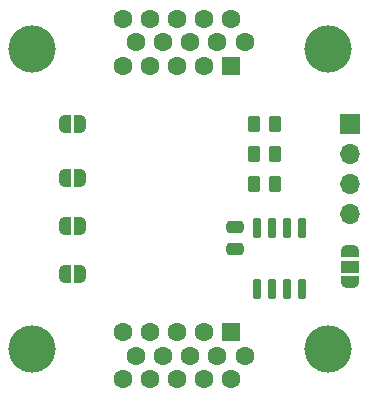
<source format=gbr>
%TF.GenerationSoftware,KiCad,Pcbnew,8.0.3+1*%
%TF.CreationDate,2024-06-22T01:26:54+02:00*%
%TF.ProjectId,EDID_spoofer,45444944-5f73-4706-9f6f-6665722e6b69,rev?*%
%TF.SameCoordinates,Original*%
%TF.FileFunction,Soldermask,Top*%
%TF.FilePolarity,Negative*%
%FSLAX46Y46*%
G04 Gerber Fmt 4.6, Leading zero omitted, Abs format (unit mm)*
G04 Created by KiCad (PCBNEW 8.0.3+1) date 2024-06-22 01:26:54*
%MOMM*%
%LPD*%
G01*
G04 APERTURE LIST*
G04 Aperture macros list*
%AMRoundRect*
0 Rectangle with rounded corners*
0 $1 Rounding radius*
0 $2 $3 $4 $5 $6 $7 $8 $9 X,Y pos of 4 corners*
0 Add a 4 corners polygon primitive as box body*
4,1,4,$2,$3,$4,$5,$6,$7,$8,$9,$2,$3,0*
0 Add four circle primitives for the rounded corners*
1,1,$1+$1,$2,$3*
1,1,$1+$1,$4,$5*
1,1,$1+$1,$6,$7*
1,1,$1+$1,$8,$9*
0 Add four rect primitives between the rounded corners*
20,1,$1+$1,$2,$3,$4,$5,0*
20,1,$1+$1,$4,$5,$6,$7,0*
20,1,$1+$1,$6,$7,$8,$9,0*
20,1,$1+$1,$8,$9,$2,$3,0*%
%AMFreePoly0*
4,1,19,0.000000,0.744911,0.071157,0.744911,0.207708,0.704816,0.327430,0.627875,0.420627,0.520320,0.479746,0.390866,0.500000,0.250000,0.500000,-0.250000,0.479746,-0.390866,0.420627,-0.520320,0.327430,-0.627875,0.207708,-0.704816,0.071157,-0.744911,0.000000,-0.744911,0.000000,-0.750000,-0.500000,-0.750000,-0.500000,0.750000,0.000000,0.750000,0.000000,0.744911,0.000000,0.744911,
$1*%
%AMFreePoly1*
4,1,19,0.500000,-0.750000,0.000000,-0.750000,0.000000,-0.744911,-0.071157,-0.744911,-0.207708,-0.704816,-0.327430,-0.627875,-0.420627,-0.520320,-0.479746,-0.390866,-0.500000,-0.250000,-0.500000,0.250000,-0.479746,0.390866,-0.420627,0.520320,-0.327430,0.627875,-0.207708,0.704816,-0.071157,0.744911,0.000000,0.744911,0.000000,0.750000,0.500000,0.750000,0.500000,-0.750000,0.500000,-0.750000,
$1*%
%AMFreePoly2*
4,1,19,0.550000,-0.750000,0.000000,-0.750000,0.000000,-0.744911,-0.071157,-0.744911,-0.207708,-0.704816,-0.327430,-0.627875,-0.420627,-0.520320,-0.479746,-0.390866,-0.500000,-0.250000,-0.500000,0.250000,-0.479746,0.390866,-0.420627,0.520320,-0.327430,0.627875,-0.207708,0.704816,-0.071157,0.744911,0.000000,0.744911,0.000000,0.750000,0.550000,0.750000,0.550000,-0.750000,0.550000,-0.750000,
$1*%
%AMFreePoly3*
4,1,19,0.000000,0.744911,0.071157,0.744911,0.207708,0.704816,0.327430,0.627875,0.420627,0.520320,0.479746,0.390866,0.500000,0.250000,0.500000,-0.250000,0.479746,-0.390866,0.420627,-0.520320,0.327430,-0.627875,0.207708,-0.704816,0.071157,-0.744911,0.000000,-0.744911,0.000000,-0.750000,-0.550000,-0.750000,-0.550000,0.750000,0.000000,0.750000,0.000000,0.744911,0.000000,0.744911,
$1*%
G04 Aperture macros list end*
%ADD10FreePoly0,0.000000*%
%ADD11FreePoly1,0.000000*%
%ADD12C,4.000000*%
%ADD13R,1.600000X1.600000*%
%ADD14C,1.600000*%
%ADD15RoundRect,0.250000X-0.262500X-0.450000X0.262500X-0.450000X0.262500X0.450000X-0.262500X0.450000X0*%
%ADD16RoundRect,0.250000X-0.475000X0.250000X-0.475000X-0.250000X0.475000X-0.250000X0.475000X0.250000X0*%
%ADD17RoundRect,0.150000X0.150000X-0.725000X0.150000X0.725000X-0.150000X0.725000X-0.150000X-0.725000X0*%
%ADD18R,1.700000X1.700000*%
%ADD19O,1.700000X1.700000*%
%ADD20FreePoly2,90.000000*%
%ADD21R,1.500000X1.000000*%
%ADD22FreePoly3,90.000000*%
G04 APERTURE END LIST*
D10*
%TO.C,JP5*%
X26050000Y-46736000D03*
D11*
X24750000Y-46736000D03*
%TD*%
%TO.C,JP4*%
X24750000Y-42672000D03*
D10*
X26050000Y-42672000D03*
%TD*%
D11*
%TO.C,JP3*%
X24750000Y-50800000D03*
D10*
X26050000Y-50800000D03*
%TD*%
%TO.C,JP2*%
X26050000Y-38100000D03*
D11*
X24750000Y-38100000D03*
%TD*%
D12*
%TO.C,J2*%
X21990000Y-57150000D03*
X46990000Y-57150000D03*
D13*
X38805000Y-55730000D03*
D14*
X36515000Y-55730000D03*
X34225000Y-55730000D03*
X31935000Y-55730000D03*
X29645000Y-55730000D03*
X39950000Y-57710000D03*
X37660000Y-57710000D03*
X35370000Y-57710000D03*
X33080000Y-57710000D03*
X30790000Y-57710000D03*
X38805000Y-59690000D03*
X36515000Y-59690000D03*
X34225000Y-59690000D03*
X31935000Y-59690000D03*
X29645000Y-59690000D03*
%TD*%
D15*
%TO.C,R1*%
X40720000Y-38100000D03*
X42545000Y-38100000D03*
%TD*%
%TO.C,R2*%
X40720000Y-40640000D03*
X42545000Y-40640000D03*
%TD*%
%TO.C,R3*%
X40720000Y-43180000D03*
X42545000Y-43180000D03*
%TD*%
D16*
%TO.C,C1*%
X39116000Y-46802000D03*
X39116000Y-48702000D03*
%TD*%
D17*
%TO.C,U1*%
X40997500Y-52070000D03*
X42267500Y-52070000D03*
X43537500Y-52070000D03*
X44807500Y-52070000D03*
X44807500Y-46920000D03*
X43537500Y-46920000D03*
X42267500Y-46920000D03*
X40997500Y-46920000D03*
%TD*%
D12*
%TO.C,J1*%
X46990000Y-31750000D03*
X21990000Y-31750000D03*
D13*
X38805000Y-33170000D03*
D14*
X36515000Y-33170000D03*
X34225000Y-33170000D03*
X31935000Y-33170000D03*
X29645000Y-33170000D03*
X39950000Y-31190000D03*
X37660000Y-31190000D03*
X35370000Y-31190000D03*
X33080000Y-31190000D03*
X30790000Y-31190000D03*
X38805000Y-29210000D03*
X36515000Y-29210000D03*
X34225000Y-29210000D03*
X31935000Y-29210000D03*
X29645000Y-29210000D03*
%TD*%
D18*
%TO.C,J3*%
X48895000Y-38110000D03*
D19*
X48895000Y-40650000D03*
X48895000Y-43190000D03*
X48895000Y-45730000D03*
%TD*%
D20*
%TO.C,JP1*%
X48895000Y-51465000D03*
D21*
X48895000Y-50165000D03*
D22*
X48895000Y-48865000D03*
%TD*%
M02*

</source>
